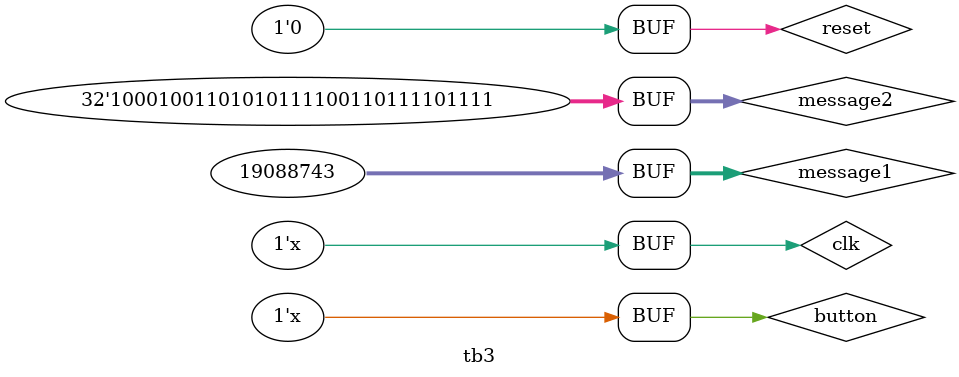
<source format=v>
`timescale 1ns / 1ps


module tb3;

	// Inputs
	reg clk;
	reg reset;
	reg button;
	reg [31:0] message1;
	reg [31:0] message2;

	// Outputs
	wire aek;

	// Instantiate the Unit Under Test (UUT)!
	Test uut (
		.clk(clk), 
		.reset(reset),
		.button(button),
		.message1(message1), 
		.message2(message2), 
		.m_tick(aek)
	);

	initial begin
		// Initialize Inputsss
		clk = 0;
		reset = 1;
		button=1;
		message1=32'b00000001001000110100010101100111;
		message2=32'b10001001101010111100110111101111;

		// Wait 100 ns for global reset to finishssss
		#100;
        
		// Add stimulus here
		reset=0;
		
		//#310 button = ~ button;
		//#610 button = ~ button;
		//#2000000000 $finish;ggg
	end
always #1 clk = ~ clk;
always #200 button = ~ button;   
endmodule


</source>
